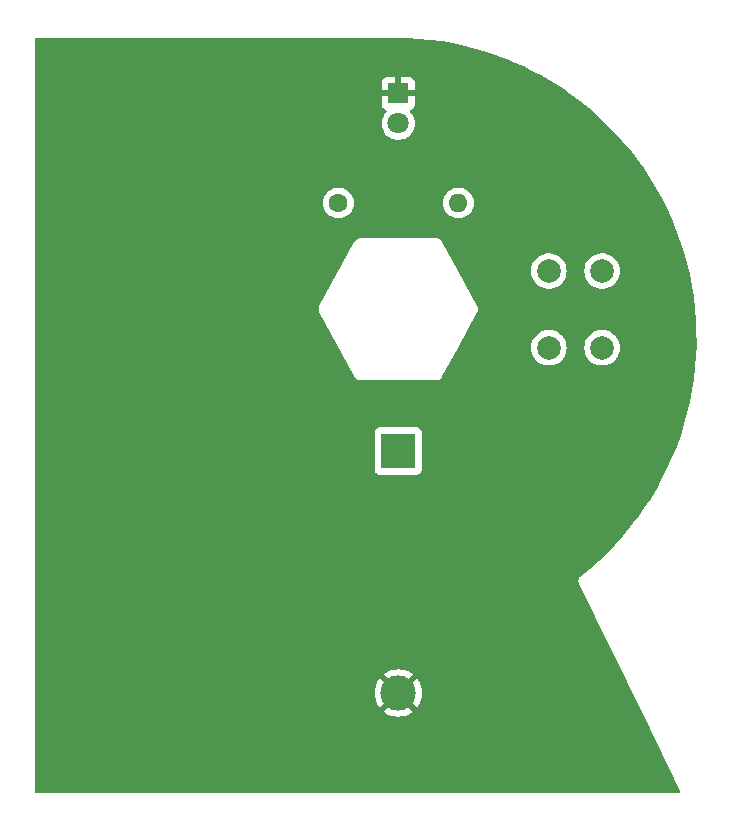
<source format=gbr>
%TF.GenerationSoftware,KiCad,Pcbnew,8.0.1-8.0.1-0~ubuntu20.04.1*%
%TF.CreationDate,2024-04-11T23:30:55+02:00*%
%TF.ProjectId,reaktor51_led,7265616b-746f-4723-9531-5f6c65642e6b,rev?*%
%TF.SameCoordinates,Original*%
%TF.FileFunction,Copper,L2,Bot*%
%TF.FilePolarity,Positive*%
%FSLAX46Y46*%
G04 Gerber Fmt 4.6, Leading zero omitted, Abs format (unit mm)*
G04 Created by KiCad (PCBNEW 8.0.1-8.0.1-0~ubuntu20.04.1) date 2024-04-11 23:30:55*
%MOMM*%
%LPD*%
G01*
G04 APERTURE LIST*
%TA.AperFunction,ComponentPad*%
%ADD10O,1.600000X1.600000*%
%TD*%
%TA.AperFunction,ComponentPad*%
%ADD11C,1.600000*%
%TD*%
%TA.AperFunction,ComponentPad*%
%ADD12C,2.000000*%
%TD*%
%TA.AperFunction,ComponentPad*%
%ADD13C,1.800000*%
%TD*%
%TA.AperFunction,ComponentPad*%
%ADD14R,1.800000X1.800000*%
%TD*%
%TA.AperFunction,ComponentPad*%
%ADD15R,3.000000X3.000000*%
%TD*%
%TA.AperFunction,ComponentPad*%
%ADD16C,3.000000*%
%TD*%
G04 APERTURE END LIST*
D10*
%TO.P,R1,2*%
%TO.N,Net-(SW1-B)*%
X166330000Y-59500000D03*
D11*
%TO.P,R1,1*%
%TO.N,Net-(D1-A)*%
X156170000Y-59500000D03*
%TD*%
D12*
%TO.P,SW1,1,A*%
%TO.N,Net-(BT1-+)*%
X174000000Y-65250000D03*
X174000000Y-71750000D03*
%TO.P,SW1,2,B*%
%TO.N,Net-(SW1-B)*%
X178500000Y-65250000D03*
X178500000Y-71750000D03*
%TD*%
D13*
%TO.P,D1,2,A*%
%TO.N,Net-(D1-A)*%
X161250000Y-52765000D03*
D14*
%TO.P,D1,1,K*%
%TO.N,GND*%
X161250000Y-50225000D03*
%TD*%
D15*
%TO.P,BT1,1,+*%
%TO.N,Net-(BT1-+)*%
X161250000Y-80500000D03*
D16*
%TO.P,BT1,2,-*%
%TO.N,GND*%
X161250000Y-100990000D03*
%TD*%
%TA.AperFunction,Conductor*%
%TO.N,GND*%
G36*
X161001187Y-45500523D02*
G01*
X161985030Y-45519578D01*
X161989779Y-45519763D01*
X162970943Y-45576831D01*
X162975727Y-45577202D01*
X163953927Y-45672218D01*
X163958664Y-45672772D01*
X164932447Y-45805595D01*
X164937188Y-45806336D01*
X165905079Y-45976764D01*
X165909794Y-45977688D01*
X166870388Y-46185474D01*
X166875032Y-46186573D01*
X167826881Y-46431405D01*
X167831442Y-46432672D01*
X168773136Y-46714190D01*
X168777644Y-46715634D01*
X169707672Y-47033386D01*
X169712158Y-47035015D01*
X170629199Y-47388547D01*
X170633621Y-47390351D01*
X171536286Y-47779129D01*
X171540621Y-47781097D01*
X171853662Y-47930549D01*
X172427518Y-48204519D01*
X172431811Y-48206671D01*
X172776398Y-48387889D01*
X173301696Y-48664144D01*
X173305867Y-48666443D01*
X174157322Y-49157221D01*
X174161436Y-49159699D01*
X174993301Y-49683112D01*
X174997281Y-49685726D01*
X175419795Y-49975000D01*
X175808212Y-50240930D01*
X175812122Y-50243719D01*
X176600976Y-50829930D01*
X176604774Y-50832869D01*
X177370305Y-51449162D01*
X177373957Y-51452220D01*
X177694134Y-51731087D01*
X178115079Y-52097720D01*
X178118639Y-52100944D01*
X178834188Y-52774637D01*
X178837620Y-52777996D01*
X179526544Y-53478890D01*
X179529844Y-53482380D01*
X179698826Y-53668171D01*
X180116413Y-54127298D01*
X180191103Y-54209417D01*
X180194265Y-54213031D01*
X180826906Y-54965165D01*
X180829925Y-54968900D01*
X181432924Y-55744911D01*
X181435797Y-55748759D01*
X182008319Y-56547573D01*
X182011041Y-56551530D01*
X182552211Y-57371928D01*
X182554776Y-57375987D01*
X183063762Y-58216709D01*
X183066145Y-58220823D01*
X183542213Y-59080656D01*
X183544433Y-59084855D01*
X183978789Y-59946488D01*
X183986839Y-59962457D01*
X183988917Y-59966786D01*
X184397012Y-60860869D01*
X184398921Y-60865276D01*
X184772078Y-61774466D01*
X184773815Y-61778944D01*
X185111484Y-62701902D01*
X185113046Y-62706443D01*
X185414717Y-63641759D01*
X185416103Y-63646357D01*
X185681343Y-64592705D01*
X185682549Y-64597354D01*
X185910932Y-65553206D01*
X185911958Y-65557897D01*
X186103166Y-66521924D01*
X186104009Y-66526652D01*
X186257743Y-67497348D01*
X186258402Y-67502105D01*
X186374432Y-68478027D01*
X186374906Y-68482806D01*
X186453057Y-69462471D01*
X186453346Y-69467265D01*
X186493504Y-70449209D01*
X186493608Y-70454011D01*
X186495711Y-71436823D01*
X186495628Y-71441624D01*
X186459675Y-72423757D01*
X186459406Y-72428552D01*
X186385449Y-73408540D01*
X186384995Y-73413321D01*
X186273145Y-74389727D01*
X186272506Y-74394487D01*
X186122935Y-75365803D01*
X186122113Y-75370535D01*
X185935030Y-76335391D01*
X185934024Y-76340087D01*
X185709734Y-77296914D01*
X185708548Y-77301567D01*
X185447367Y-78249023D01*
X185446001Y-78253628D01*
X185148329Y-79190257D01*
X185146786Y-79194804D01*
X184813081Y-80119169D01*
X184811364Y-80123654D01*
X184442089Y-81034469D01*
X184440198Y-81038884D01*
X184035950Y-81934674D01*
X184033890Y-81939012D01*
X183595265Y-82818463D01*
X183593039Y-82822719D01*
X183120675Y-83684550D01*
X183118286Y-83688716D01*
X182612898Y-84531620D01*
X182610349Y-84535690D01*
X182072704Y-85358386D01*
X182069999Y-85362354D01*
X181500921Y-86163586D01*
X181498065Y-86167447D01*
X180898381Y-86946050D01*
X180895378Y-86949798D01*
X180265962Y-87704635D01*
X180262815Y-87708263D01*
X179604675Y-88438124D01*
X179601391Y-88441627D01*
X178915473Y-89145466D01*
X178912055Y-89148840D01*
X178199397Y-89825590D01*
X178195851Y-89828829D01*
X177457531Y-90477468D01*
X177453862Y-90480568D01*
X176737697Y-91062188D01*
X176725320Y-91070079D01*
X176725599Y-91070502D01*
X176718817Y-91074981D01*
X176681281Y-91107546D01*
X176676319Y-91111631D01*
X176637153Y-91142200D01*
X176637149Y-91142204D01*
X176637076Y-91142302D01*
X176619371Y-91161262D01*
X176619278Y-91161341D01*
X176619273Y-91161347D01*
X176591442Y-91202520D01*
X176587708Y-91207747D01*
X176557793Y-91247407D01*
X176557791Y-91247410D01*
X176557749Y-91247515D01*
X176545547Y-91270425D01*
X176545478Y-91270526D01*
X176529259Y-91317482D01*
X176527003Y-91323502D01*
X176508365Y-91369569D01*
X176508365Y-91369571D01*
X176508350Y-91369693D01*
X176502493Y-91394977D01*
X176502453Y-91395090D01*
X176502453Y-91395093D01*
X176498938Y-91444664D01*
X176498317Y-91451065D01*
X176492239Y-91500360D01*
X176492240Y-91500368D01*
X176492255Y-91500475D01*
X176493143Y-91526428D01*
X176493135Y-91526538D01*
X176493135Y-91526550D01*
X176502565Y-91575309D01*
X176503623Y-91581655D01*
X176510515Y-91630876D01*
X176510560Y-91630980D01*
X176518133Y-91655813D01*
X176518155Y-91655929D01*
X176518156Y-91655933D01*
X176539900Y-91700623D01*
X176542560Y-91706472D01*
X176561948Y-91752209D01*
X176562012Y-91752291D01*
X176575765Y-91774335D01*
X182025265Y-102974699D01*
X185113159Y-109321249D01*
X185124788Y-109390144D01*
X185097324Y-109454389D01*
X185039487Y-109493588D01*
X185001656Y-109499500D01*
X130624500Y-109499500D01*
X130557461Y-109479815D01*
X130511706Y-109427011D01*
X130500500Y-109375500D01*
X130500500Y-100990001D01*
X159244891Y-100990001D01*
X159265300Y-101275362D01*
X159326109Y-101554895D01*
X159426091Y-101822958D01*
X159563191Y-102074038D01*
X159563196Y-102074046D01*
X159669882Y-102216561D01*
X159669883Y-102216562D01*
X160572421Y-101314024D01*
X160585359Y-101345258D01*
X160667437Y-101468097D01*
X160771903Y-101572563D01*
X160894742Y-101654641D01*
X160925974Y-101667578D01*
X160023436Y-102570115D01*
X160165960Y-102676807D01*
X160165961Y-102676808D01*
X160417042Y-102813908D01*
X160417041Y-102813908D01*
X160685104Y-102913890D01*
X160964637Y-102974699D01*
X161249999Y-102995109D01*
X161250001Y-102995109D01*
X161535362Y-102974699D01*
X161814895Y-102913890D01*
X162082958Y-102813908D01*
X162334047Y-102676803D01*
X162476561Y-102570116D01*
X162476562Y-102570115D01*
X161574025Y-101667577D01*
X161605258Y-101654641D01*
X161728097Y-101572563D01*
X161832563Y-101468097D01*
X161914641Y-101345258D01*
X161927578Y-101314025D01*
X162830115Y-102216562D01*
X162830116Y-102216561D01*
X162936803Y-102074047D01*
X163073908Y-101822958D01*
X163173890Y-101554895D01*
X163234699Y-101275362D01*
X163255109Y-100990001D01*
X163255109Y-100989998D01*
X163234699Y-100704637D01*
X163173890Y-100425104D01*
X163073908Y-100157041D01*
X162936808Y-99905961D01*
X162936807Y-99905960D01*
X162830115Y-99763436D01*
X161927577Y-100665973D01*
X161914641Y-100634742D01*
X161832563Y-100511903D01*
X161728097Y-100407437D01*
X161605258Y-100325359D01*
X161574024Y-100312421D01*
X162476562Y-99409883D01*
X162476561Y-99409882D01*
X162334046Y-99303196D01*
X162334038Y-99303191D01*
X162082957Y-99166091D01*
X162082958Y-99166091D01*
X161814895Y-99066109D01*
X161535362Y-99005300D01*
X161250001Y-98984891D01*
X161249999Y-98984891D01*
X160964637Y-99005300D01*
X160685104Y-99066109D01*
X160417041Y-99166091D01*
X160165961Y-99303191D01*
X160165953Y-99303196D01*
X160023437Y-99409882D01*
X160023436Y-99409883D01*
X160925975Y-100312421D01*
X160894742Y-100325359D01*
X160771903Y-100407437D01*
X160667437Y-100511903D01*
X160585359Y-100634742D01*
X160572421Y-100665974D01*
X159669883Y-99763436D01*
X159669882Y-99763437D01*
X159563196Y-99905953D01*
X159563191Y-99905961D01*
X159426091Y-100157041D01*
X159326109Y-100425104D01*
X159265300Y-100704637D01*
X159244891Y-100989998D01*
X159244891Y-100990001D01*
X130500500Y-100990001D01*
X130500500Y-82047870D01*
X159249500Y-82047870D01*
X159249501Y-82047876D01*
X159255908Y-82107483D01*
X159306202Y-82242328D01*
X159306206Y-82242335D01*
X159392452Y-82357544D01*
X159392455Y-82357547D01*
X159507664Y-82443793D01*
X159507671Y-82443797D01*
X159642517Y-82494091D01*
X159642516Y-82494091D01*
X159649444Y-82494835D01*
X159702127Y-82500500D01*
X162797872Y-82500499D01*
X162857483Y-82494091D01*
X162992331Y-82443796D01*
X163107546Y-82357546D01*
X163193796Y-82242331D01*
X163244091Y-82107483D01*
X163250500Y-82047873D01*
X163250499Y-78952128D01*
X163244091Y-78892517D01*
X163193796Y-78757669D01*
X163193795Y-78757668D01*
X163193793Y-78757664D01*
X163107547Y-78642455D01*
X163107544Y-78642452D01*
X162992335Y-78556206D01*
X162992328Y-78556202D01*
X162857482Y-78505908D01*
X162857483Y-78505908D01*
X162797883Y-78499501D01*
X162797881Y-78499500D01*
X162797873Y-78499500D01*
X162797864Y-78499500D01*
X159702129Y-78499500D01*
X159702123Y-78499501D01*
X159642516Y-78505908D01*
X159507671Y-78556202D01*
X159507664Y-78556206D01*
X159392455Y-78642452D01*
X159392452Y-78642455D01*
X159306206Y-78757664D01*
X159306202Y-78757671D01*
X159255908Y-78892517D01*
X159249501Y-78952116D01*
X159249501Y-78952123D01*
X159249500Y-78952135D01*
X159249500Y-82047870D01*
X130500500Y-82047870D01*
X130500500Y-68553735D01*
X154498048Y-68553735D01*
X154498500Y-68557950D01*
X154500590Y-68573824D01*
X154501244Y-68578009D01*
X154515564Y-68626696D01*
X154517119Y-68632502D01*
X154529059Y-68681816D01*
X154530572Y-68685734D01*
X154536735Y-68700614D01*
X154538431Y-68704441D01*
X154564858Y-68747754D01*
X154567865Y-68752961D01*
X157525221Y-74174779D01*
X157530923Y-74186703D01*
X157533609Y-74193188D01*
X157562778Y-74243710D01*
X157564228Y-74246293D01*
X157579332Y-74273983D01*
X157592166Y-74297513D01*
X157595801Y-74302494D01*
X157599498Y-74307312D01*
X157640721Y-74348535D01*
X157642821Y-74350686D01*
X157683066Y-74392932D01*
X157687823Y-74396768D01*
X157692683Y-74400497D01*
X157692686Y-74400500D01*
X157743209Y-74429669D01*
X157745772Y-74431191D01*
X157795561Y-74461570D01*
X157795563Y-74461570D01*
X157801134Y-74464038D01*
X157806808Y-74466389D01*
X157806814Y-74466392D01*
X157863210Y-74481502D01*
X157865979Y-74482280D01*
X157921991Y-74498755D01*
X157921997Y-74498755D01*
X157928049Y-74499701D01*
X157934107Y-74500499D01*
X157934108Y-74500500D01*
X157992400Y-74500500D01*
X157995406Y-74500535D01*
X158053736Y-74501951D01*
X158053744Y-74501949D01*
X158060700Y-74501205D01*
X158073905Y-74500500D01*
X164426095Y-74500500D01*
X164439300Y-74501205D01*
X164446256Y-74501949D01*
X164446264Y-74501951D01*
X164504593Y-74500535D01*
X164507600Y-74500500D01*
X164565889Y-74500500D01*
X164565892Y-74500500D01*
X164565894Y-74500499D01*
X164571936Y-74499703D01*
X164577996Y-74498755D01*
X164578009Y-74498755D01*
X164634027Y-74482277D01*
X164636780Y-74481504D01*
X164693186Y-74466392D01*
X164693196Y-74466386D01*
X164698880Y-74464031D01*
X164704436Y-74461571D01*
X164704436Y-74461570D01*
X164704439Y-74461570D01*
X164754254Y-74431174D01*
X164756790Y-74429669D01*
X164807314Y-74400500D01*
X164807317Y-74400497D01*
X164812137Y-74396799D01*
X164816928Y-74392934D01*
X164816936Y-74392930D01*
X164857218Y-74350643D01*
X164859237Y-74348575D01*
X164900500Y-74307314D01*
X164900501Y-74307311D01*
X164904220Y-74302464D01*
X164907828Y-74297517D01*
X164907834Y-74297512D01*
X164935783Y-74246268D01*
X164937204Y-74243737D01*
X164966392Y-74193186D01*
X164966393Y-74193179D01*
X164969069Y-74186719D01*
X164974770Y-74174791D01*
X166297381Y-71750005D01*
X172494357Y-71750005D01*
X172514890Y-71997812D01*
X172514892Y-71997824D01*
X172575936Y-72238881D01*
X172675826Y-72466606D01*
X172811833Y-72674782D01*
X172811836Y-72674785D01*
X172980256Y-72857738D01*
X173176491Y-73010474D01*
X173395190Y-73128828D01*
X173630386Y-73209571D01*
X173875665Y-73250500D01*
X174124335Y-73250500D01*
X174369614Y-73209571D01*
X174604810Y-73128828D01*
X174823509Y-73010474D01*
X175019744Y-72857738D01*
X175188164Y-72674785D01*
X175324173Y-72466607D01*
X175424063Y-72238881D01*
X175485108Y-71997821D01*
X175505643Y-71750005D01*
X176994357Y-71750005D01*
X177014890Y-71997812D01*
X177014892Y-71997824D01*
X177075936Y-72238881D01*
X177175826Y-72466606D01*
X177311833Y-72674782D01*
X177311836Y-72674785D01*
X177480256Y-72857738D01*
X177676491Y-73010474D01*
X177895190Y-73128828D01*
X178130386Y-73209571D01*
X178375665Y-73250500D01*
X178624335Y-73250500D01*
X178869614Y-73209571D01*
X179104810Y-73128828D01*
X179323509Y-73010474D01*
X179519744Y-72857738D01*
X179688164Y-72674785D01*
X179824173Y-72466607D01*
X179924063Y-72238881D01*
X179985108Y-71997821D01*
X180005643Y-71750000D01*
X179985108Y-71502179D01*
X179924063Y-71261119D01*
X179824173Y-71033393D01*
X179688166Y-70825217D01*
X179666557Y-70801744D01*
X179519744Y-70642262D01*
X179323509Y-70489526D01*
X179323507Y-70489525D01*
X179323506Y-70489524D01*
X179104811Y-70371172D01*
X179104802Y-70371169D01*
X178869616Y-70290429D01*
X178624335Y-70249500D01*
X178375665Y-70249500D01*
X178130383Y-70290429D01*
X177895197Y-70371169D01*
X177895188Y-70371172D01*
X177676493Y-70489524D01*
X177480257Y-70642261D01*
X177311833Y-70825217D01*
X177175826Y-71033393D01*
X177075936Y-71261118D01*
X177014892Y-71502175D01*
X177014890Y-71502187D01*
X176994357Y-71749994D01*
X176994357Y-71750005D01*
X175505643Y-71750005D01*
X175505643Y-71750000D01*
X175485108Y-71502179D01*
X175424063Y-71261119D01*
X175324173Y-71033393D01*
X175188166Y-70825217D01*
X175166557Y-70801744D01*
X175019744Y-70642262D01*
X174823509Y-70489526D01*
X174823507Y-70489525D01*
X174823506Y-70489524D01*
X174604811Y-70371172D01*
X174604802Y-70371169D01*
X174369616Y-70290429D01*
X174124335Y-70249500D01*
X173875665Y-70249500D01*
X173630383Y-70290429D01*
X173395197Y-70371169D01*
X173395188Y-70371172D01*
X173176493Y-70489524D01*
X172980257Y-70642261D01*
X172811833Y-70825217D01*
X172675826Y-71033393D01*
X172575936Y-71261118D01*
X172514892Y-71502175D01*
X172514890Y-71502187D01*
X172494357Y-71749994D01*
X172494357Y-71750005D01*
X166297381Y-71750005D01*
X167932154Y-68752922D01*
X167935099Y-68747820D01*
X167961570Y-68704439D01*
X167961571Y-68704433D01*
X167963314Y-68700500D01*
X167969392Y-68685825D01*
X167970938Y-68681821D01*
X167970938Y-68681820D01*
X167970939Y-68681819D01*
X167982887Y-68632470D01*
X167984424Y-68626733D01*
X167998755Y-68578009D01*
X167998755Y-68578005D01*
X167999417Y-68573771D01*
X168001496Y-68557989D01*
X168001951Y-68553736D01*
X168000720Y-68503010D01*
X168000720Y-68496990D01*
X168001951Y-68446266D01*
X168001498Y-68442036D01*
X167999416Y-68426221D01*
X167998755Y-68421997D01*
X167998755Y-68421991D01*
X167984436Y-68373305D01*
X167982880Y-68367499D01*
X167970939Y-68318183D01*
X167970939Y-68318181D01*
X167970936Y-68318177D01*
X167969405Y-68314209D01*
X167963288Y-68299441D01*
X167961570Y-68295560D01*
X167935135Y-68252236D01*
X167932130Y-68247032D01*
X166297388Y-65250005D01*
X172494357Y-65250005D01*
X172514890Y-65497812D01*
X172514892Y-65497824D01*
X172575936Y-65738881D01*
X172675826Y-65966606D01*
X172811833Y-66174782D01*
X172811836Y-66174785D01*
X172980256Y-66357738D01*
X173176491Y-66510474D01*
X173395190Y-66628828D01*
X173630386Y-66709571D01*
X173875665Y-66750500D01*
X174124335Y-66750500D01*
X174369614Y-66709571D01*
X174604810Y-66628828D01*
X174823509Y-66510474D01*
X175019744Y-66357738D01*
X175188164Y-66174785D01*
X175324173Y-65966607D01*
X175424063Y-65738881D01*
X175485108Y-65497821D01*
X175485109Y-65497812D01*
X175505643Y-65250005D01*
X176994357Y-65250005D01*
X177014890Y-65497812D01*
X177014892Y-65497824D01*
X177075936Y-65738881D01*
X177175826Y-65966606D01*
X177311833Y-66174782D01*
X177311836Y-66174785D01*
X177480256Y-66357738D01*
X177676491Y-66510474D01*
X177895190Y-66628828D01*
X178130386Y-66709571D01*
X178375665Y-66750500D01*
X178624335Y-66750500D01*
X178869614Y-66709571D01*
X179104810Y-66628828D01*
X179323509Y-66510474D01*
X179519744Y-66357738D01*
X179688164Y-66174785D01*
X179824173Y-65966607D01*
X179924063Y-65738881D01*
X179985108Y-65497821D01*
X179985109Y-65497812D01*
X180005643Y-65250005D01*
X180005643Y-65249994D01*
X179985109Y-65002187D01*
X179985107Y-65002175D01*
X179924063Y-64761118D01*
X179824173Y-64533393D01*
X179688166Y-64325217D01*
X179666557Y-64301744D01*
X179519744Y-64142262D01*
X179323509Y-63989526D01*
X179323507Y-63989525D01*
X179323506Y-63989524D01*
X179104811Y-63871172D01*
X179104802Y-63871169D01*
X178869616Y-63790429D01*
X178624335Y-63749500D01*
X178375665Y-63749500D01*
X178130383Y-63790429D01*
X177895197Y-63871169D01*
X177895188Y-63871172D01*
X177676493Y-63989524D01*
X177480257Y-64142261D01*
X177311833Y-64325217D01*
X177175826Y-64533393D01*
X177075936Y-64761118D01*
X177014892Y-65002175D01*
X177014890Y-65002187D01*
X176994357Y-65249994D01*
X176994357Y-65250005D01*
X175505643Y-65250005D01*
X175505643Y-65249994D01*
X175485109Y-65002187D01*
X175485107Y-65002175D01*
X175424063Y-64761118D01*
X175324173Y-64533393D01*
X175188166Y-64325217D01*
X175166557Y-64301744D01*
X175019744Y-64142262D01*
X174823509Y-63989526D01*
X174823507Y-63989525D01*
X174823506Y-63989524D01*
X174604811Y-63871172D01*
X174604802Y-63871169D01*
X174369616Y-63790429D01*
X174124335Y-63749500D01*
X173875665Y-63749500D01*
X173630383Y-63790429D01*
X173395197Y-63871169D01*
X173395188Y-63871172D01*
X173176493Y-63989524D01*
X172980257Y-64142261D01*
X172811833Y-64325217D01*
X172675826Y-64533393D01*
X172575936Y-64761118D01*
X172514892Y-65002175D01*
X172514890Y-65002187D01*
X172494357Y-65249994D01*
X172494357Y-65250005D01*
X166297388Y-65250005D01*
X164974775Y-62825214D01*
X164969072Y-62813285D01*
X164966392Y-62806813D01*
X164937228Y-62756302D01*
X164935776Y-62753717D01*
X164907834Y-62702488D01*
X164907832Y-62702485D01*
X164907831Y-62702484D01*
X164904240Y-62697562D01*
X164900501Y-62692688D01*
X164900500Y-62692686D01*
X164900498Y-62692684D01*
X164900495Y-62692680D01*
X164859278Y-62651464D01*
X164857176Y-62649311D01*
X164816934Y-62607068D01*
X164812221Y-62603266D01*
X164807310Y-62599497D01*
X164756813Y-62570343D01*
X164754227Y-62568808D01*
X164704439Y-62538430D01*
X164698829Y-62535944D01*
X164693188Y-62533608D01*
X164636836Y-62518509D01*
X164633942Y-62517695D01*
X164578012Y-62501245D01*
X164571974Y-62500300D01*
X164565895Y-62499500D01*
X164565892Y-62499500D01*
X164507600Y-62499500D01*
X164504593Y-62499464D01*
X164446264Y-62498049D01*
X164439300Y-62498795D01*
X164426095Y-62499500D01*
X158073905Y-62499500D01*
X158060700Y-62498795D01*
X158053736Y-62498049D01*
X158053735Y-62498049D01*
X157995407Y-62499464D01*
X157992400Y-62499500D01*
X157934104Y-62499500D01*
X157928046Y-62500296D01*
X157921994Y-62501244D01*
X157866067Y-62517693D01*
X157863175Y-62518505D01*
X157806814Y-62533607D01*
X157801169Y-62535945D01*
X157795555Y-62538432D01*
X157745745Y-62568823D01*
X157743162Y-62570356D01*
X157692690Y-62599496D01*
X157687810Y-62603240D01*
X157683064Y-62607069D01*
X157642821Y-62649312D01*
X157640724Y-62651460D01*
X157599498Y-62692687D01*
X157595760Y-62697557D01*
X157592168Y-62702482D01*
X157564240Y-62753683D01*
X157562769Y-62756304D01*
X157533608Y-62806811D01*
X157530923Y-62813295D01*
X157525222Y-62825217D01*
X154567868Y-68247032D01*
X154564863Y-68252237D01*
X154538429Y-68295561D01*
X154536745Y-68299363D01*
X154530572Y-68314266D01*
X154529060Y-68318183D01*
X154517117Y-68367504D01*
X154515562Y-68373305D01*
X154501246Y-68421984D01*
X154500588Y-68426187D01*
X154498492Y-68442112D01*
X154498048Y-68446257D01*
X154499279Y-68496994D01*
X154499279Y-68503006D01*
X154498048Y-68553735D01*
X130500500Y-68553735D01*
X130500500Y-59500001D01*
X154864532Y-59500001D01*
X154884364Y-59726686D01*
X154884366Y-59726697D01*
X154943258Y-59946488D01*
X154943261Y-59946497D01*
X155039431Y-60152732D01*
X155039432Y-60152734D01*
X155169954Y-60339141D01*
X155330858Y-60500045D01*
X155330861Y-60500047D01*
X155517266Y-60630568D01*
X155723504Y-60726739D01*
X155943308Y-60785635D01*
X156105230Y-60799801D01*
X156169998Y-60805468D01*
X156170000Y-60805468D01*
X156170002Y-60805468D01*
X156226673Y-60800509D01*
X156396692Y-60785635D01*
X156616496Y-60726739D01*
X156822734Y-60630568D01*
X157009139Y-60500047D01*
X157170047Y-60339139D01*
X157300568Y-60152734D01*
X157396739Y-59946496D01*
X157455635Y-59726692D01*
X157475468Y-59500001D01*
X165024532Y-59500001D01*
X165044364Y-59726686D01*
X165044366Y-59726697D01*
X165103258Y-59946488D01*
X165103261Y-59946497D01*
X165199431Y-60152732D01*
X165199432Y-60152734D01*
X165329954Y-60339141D01*
X165490858Y-60500045D01*
X165490861Y-60500047D01*
X165677266Y-60630568D01*
X165883504Y-60726739D01*
X166103308Y-60785635D01*
X166265230Y-60799801D01*
X166329998Y-60805468D01*
X166330000Y-60805468D01*
X166330002Y-60805468D01*
X166386673Y-60800509D01*
X166556692Y-60785635D01*
X166776496Y-60726739D01*
X166982734Y-60630568D01*
X167169139Y-60500047D01*
X167330047Y-60339139D01*
X167460568Y-60152734D01*
X167556739Y-59946496D01*
X167615635Y-59726692D01*
X167635468Y-59500000D01*
X167615635Y-59273308D01*
X167556739Y-59053504D01*
X167460568Y-58847266D01*
X167362839Y-58707693D01*
X167330045Y-58660858D01*
X167169141Y-58499954D01*
X166982734Y-58369432D01*
X166982732Y-58369431D01*
X166776497Y-58273261D01*
X166776488Y-58273258D01*
X166556697Y-58214366D01*
X166556693Y-58214365D01*
X166556692Y-58214365D01*
X166556691Y-58214364D01*
X166556686Y-58214364D01*
X166330002Y-58194532D01*
X166329998Y-58194532D01*
X166103313Y-58214364D01*
X166103302Y-58214366D01*
X165883511Y-58273258D01*
X165883502Y-58273261D01*
X165677267Y-58369431D01*
X165677265Y-58369432D01*
X165490858Y-58499954D01*
X165329954Y-58660858D01*
X165199432Y-58847265D01*
X165199431Y-58847267D01*
X165103261Y-59053502D01*
X165103258Y-59053511D01*
X165044366Y-59273302D01*
X165044364Y-59273313D01*
X165024532Y-59499998D01*
X165024532Y-59500001D01*
X157475468Y-59500001D01*
X157475468Y-59500000D01*
X157455635Y-59273308D01*
X157396739Y-59053504D01*
X157300568Y-58847266D01*
X157202839Y-58707693D01*
X157170045Y-58660858D01*
X157009141Y-58499954D01*
X156822734Y-58369432D01*
X156822732Y-58369431D01*
X156616497Y-58273261D01*
X156616488Y-58273258D01*
X156396697Y-58214366D01*
X156396693Y-58214365D01*
X156396692Y-58214365D01*
X156396691Y-58214364D01*
X156396686Y-58214364D01*
X156170002Y-58194532D01*
X156169998Y-58194532D01*
X155943313Y-58214364D01*
X155943302Y-58214366D01*
X155723511Y-58273258D01*
X155723502Y-58273261D01*
X155517267Y-58369431D01*
X155517265Y-58369432D01*
X155330858Y-58499954D01*
X155169954Y-58660858D01*
X155039432Y-58847265D01*
X155039431Y-58847267D01*
X154943261Y-59053502D01*
X154943258Y-59053511D01*
X154884366Y-59273302D01*
X154884364Y-59273313D01*
X154864532Y-59499998D01*
X154864532Y-59500001D01*
X130500500Y-59500001D01*
X130500500Y-52765006D01*
X159844700Y-52765006D01*
X159863864Y-52996297D01*
X159863866Y-52996308D01*
X159920842Y-53221300D01*
X160014075Y-53433848D01*
X160141016Y-53628147D01*
X160141019Y-53628151D01*
X160141021Y-53628153D01*
X160298216Y-53798913D01*
X160298219Y-53798915D01*
X160298222Y-53798918D01*
X160481365Y-53941464D01*
X160481371Y-53941468D01*
X160481374Y-53941470D01*
X160685497Y-54051936D01*
X160799487Y-54091068D01*
X160905015Y-54127297D01*
X160905017Y-54127297D01*
X160905019Y-54127298D01*
X161133951Y-54165500D01*
X161133952Y-54165500D01*
X161366048Y-54165500D01*
X161366049Y-54165500D01*
X161594981Y-54127298D01*
X161814503Y-54051936D01*
X162018626Y-53941470D01*
X162201784Y-53798913D01*
X162358979Y-53628153D01*
X162485924Y-53433849D01*
X162579157Y-53221300D01*
X162636134Y-52996305D01*
X162642772Y-52916195D01*
X162655300Y-52765006D01*
X162655300Y-52764993D01*
X162636135Y-52533702D01*
X162636133Y-52533691D01*
X162579157Y-52308699D01*
X162485924Y-52096151D01*
X162358981Y-51901849D01*
X162263832Y-51798489D01*
X162232910Y-51735835D01*
X162240770Y-51666409D01*
X162284918Y-51612253D01*
X162311730Y-51598325D01*
X162392084Y-51568355D01*
X162392093Y-51568350D01*
X162507187Y-51482190D01*
X162507190Y-51482187D01*
X162593350Y-51367093D01*
X162593354Y-51367086D01*
X162643596Y-51232379D01*
X162643598Y-51232372D01*
X162649999Y-51172844D01*
X162650000Y-51172827D01*
X162650000Y-50475000D01*
X161625278Y-50475000D01*
X161669333Y-50398694D01*
X161700000Y-50284244D01*
X161700000Y-50165756D01*
X161669333Y-50051306D01*
X161625278Y-49975000D01*
X162650000Y-49975000D01*
X162650000Y-49277172D01*
X162649999Y-49277155D01*
X162643598Y-49217627D01*
X162643596Y-49217620D01*
X162593354Y-49082913D01*
X162593350Y-49082906D01*
X162507190Y-48967812D01*
X162507187Y-48967809D01*
X162392093Y-48881649D01*
X162392086Y-48881645D01*
X162257379Y-48831403D01*
X162257372Y-48831401D01*
X162197844Y-48825000D01*
X161500000Y-48825000D01*
X161500000Y-49849722D01*
X161423694Y-49805667D01*
X161309244Y-49775000D01*
X161190756Y-49775000D01*
X161076306Y-49805667D01*
X161000000Y-49849722D01*
X161000000Y-48825000D01*
X160302155Y-48825000D01*
X160242627Y-48831401D01*
X160242620Y-48831403D01*
X160107913Y-48881645D01*
X160107906Y-48881649D01*
X159992812Y-48967809D01*
X159992809Y-48967812D01*
X159906649Y-49082906D01*
X159906645Y-49082913D01*
X159856403Y-49217620D01*
X159856401Y-49217627D01*
X159850000Y-49277155D01*
X159850000Y-49975000D01*
X160874722Y-49975000D01*
X160830667Y-50051306D01*
X160800000Y-50165756D01*
X160800000Y-50284244D01*
X160830667Y-50398694D01*
X160874722Y-50475000D01*
X159850000Y-50475000D01*
X159850000Y-51172844D01*
X159856401Y-51232372D01*
X159856403Y-51232379D01*
X159906645Y-51367086D01*
X159906649Y-51367093D01*
X159992809Y-51482187D01*
X159992812Y-51482190D01*
X160107906Y-51568350D01*
X160107913Y-51568354D01*
X160188270Y-51598325D01*
X160244204Y-51640196D01*
X160268621Y-51705660D01*
X160253770Y-51773933D01*
X160236168Y-51798489D01*
X160141021Y-51901847D01*
X160141019Y-51901848D01*
X160141016Y-51901853D01*
X160014075Y-52096151D01*
X159920842Y-52308699D01*
X159863866Y-52533691D01*
X159863864Y-52533702D01*
X159844700Y-52764993D01*
X159844700Y-52765006D01*
X130500500Y-52765006D01*
X130500500Y-45624500D01*
X130520185Y-45557461D01*
X130572989Y-45511706D01*
X130624500Y-45500500D01*
X160934108Y-45500500D01*
X160998786Y-45500500D01*
X161001187Y-45500523D01*
G37*
%TD.AperFunction*%
%TD*%
M02*

</source>
